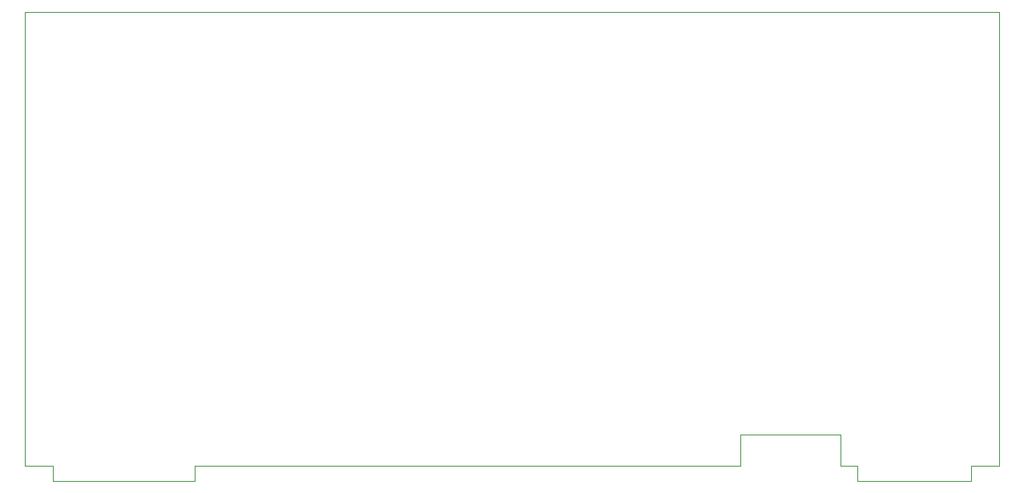
<source format=gbr>
G04 #@! TF.GenerationSoftware,KiCad,Pcbnew,(6.0.0)*
G04 #@! TF.CreationDate,2022-12-26T17:53:19+03:00*
G04 #@! TF.ProjectId,back,6261636b-2e6b-4696-9361-645f70636258,rev?*
G04 #@! TF.SameCoordinates,Original*
G04 #@! TF.FileFunction,Profile,NP*
%FSLAX46Y46*%
G04 Gerber Fmt 4.6, Leading zero omitted, Abs format (unit mm)*
G04 Created by KiCad (PCBNEW (6.0.0)) date 2022-12-26 17:53:19*
%MOMM*%
%LPD*%
G01*
G04 APERTURE LIST*
G04 #@! TA.AperFunction,Profile*
%ADD10C,0.050000*%
G04 #@! TD*
G04 APERTURE END LIST*
D10*
X186200000Y-124700000D02*
X186200000Y-128000000D01*
X175600000Y-124700000D02*
X186200000Y-124700000D01*
X175600000Y-128000000D02*
X175600000Y-124700000D01*
X186200000Y-128000000D02*
X188000000Y-128000000D01*
X118000000Y-128000000D02*
X175600000Y-128000000D01*
X118000000Y-129600000D02*
X118000000Y-128000000D01*
X103000000Y-129600000D02*
X118000000Y-129600000D01*
X103000000Y-128000000D02*
X103000000Y-129600000D01*
X100000000Y-128000000D02*
X103000000Y-128000000D01*
X188000000Y-129600000D02*
X188000000Y-128000000D01*
X200000000Y-129600000D02*
X188000000Y-129600000D01*
X200000000Y-128000000D02*
X200000000Y-129600000D01*
X203000000Y-128000000D02*
X200000000Y-128000000D01*
X100000000Y-80000000D02*
X100000000Y-128000000D01*
X203000000Y-80000000D02*
X203000000Y-128000000D01*
X100000000Y-80000000D02*
X203000000Y-80000000D01*
M02*

</source>
